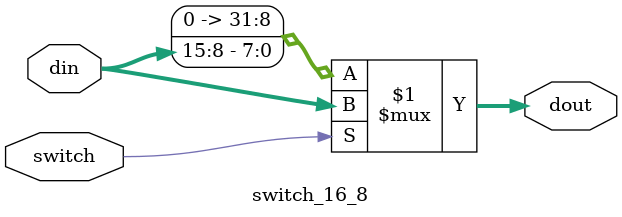
<source format=v>
`timescale 1ns / 1ps


module switch_16_8(
    input wire [31:0] din,
    input wire switch,
    output wire [31:0] dout
    );
    assign dout = switch?din:{24'b0,din[15:8]};
endmodule

</source>
